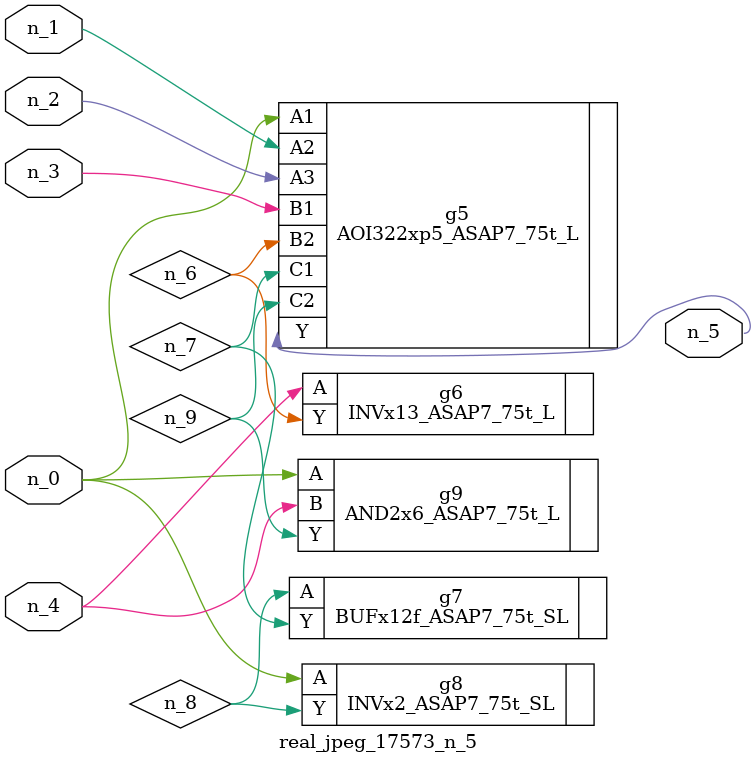
<source format=v>
module real_jpeg_17573_n_5 (n_4, n_0, n_1, n_2, n_3, n_5);

input n_4;
input n_0;
input n_1;
input n_2;
input n_3;

output n_5;

wire n_8;
wire n_6;
wire n_7;
wire n_9;

AOI322xp5_ASAP7_75t_L g5 ( 
.A1(n_0),
.A2(n_1),
.A3(n_2),
.B1(n_3),
.B2(n_6),
.C1(n_7),
.C2(n_9),
.Y(n_5)
);

INVx2_ASAP7_75t_SL g8 ( 
.A(n_0),
.Y(n_8)
);

AND2x6_ASAP7_75t_L g9 ( 
.A(n_0),
.B(n_4),
.Y(n_9)
);

INVx13_ASAP7_75t_L g6 ( 
.A(n_4),
.Y(n_6)
);

BUFx12f_ASAP7_75t_SL g7 ( 
.A(n_8),
.Y(n_7)
);


endmodule
</source>
